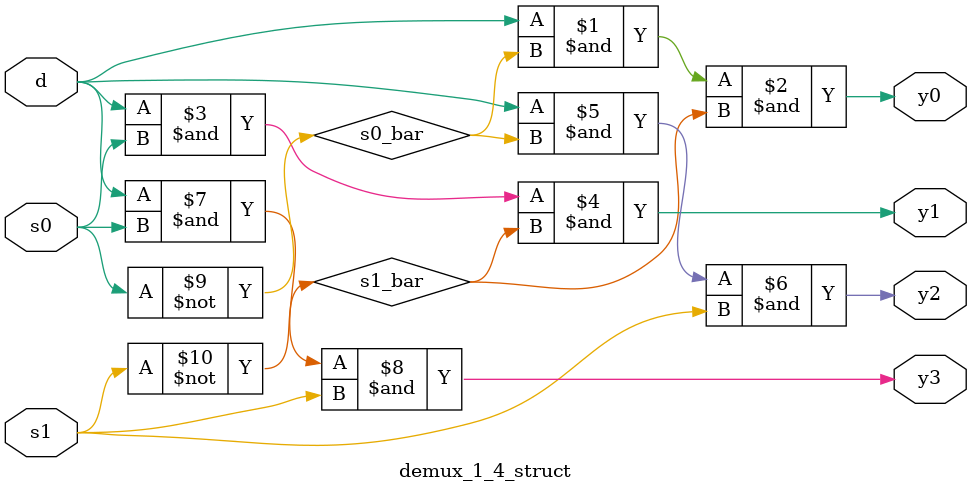
<source format=v>
module demux_1_4_struct (
input d,
input s0, s1,
output y0, y1, y2, y3
);
wire s0_bar, s1_bar;
// NOT gates
not (s0_bar, s0);
not (s1_bar, s1);
// AND gates
and (y0, d, s0_bar, s1_bar); 
and (y1, d, s0,     s1_bar); 
and (y2, d, s0_bar, s1);     
and (y3, d, s0,     s1); 
endmodule

</source>
